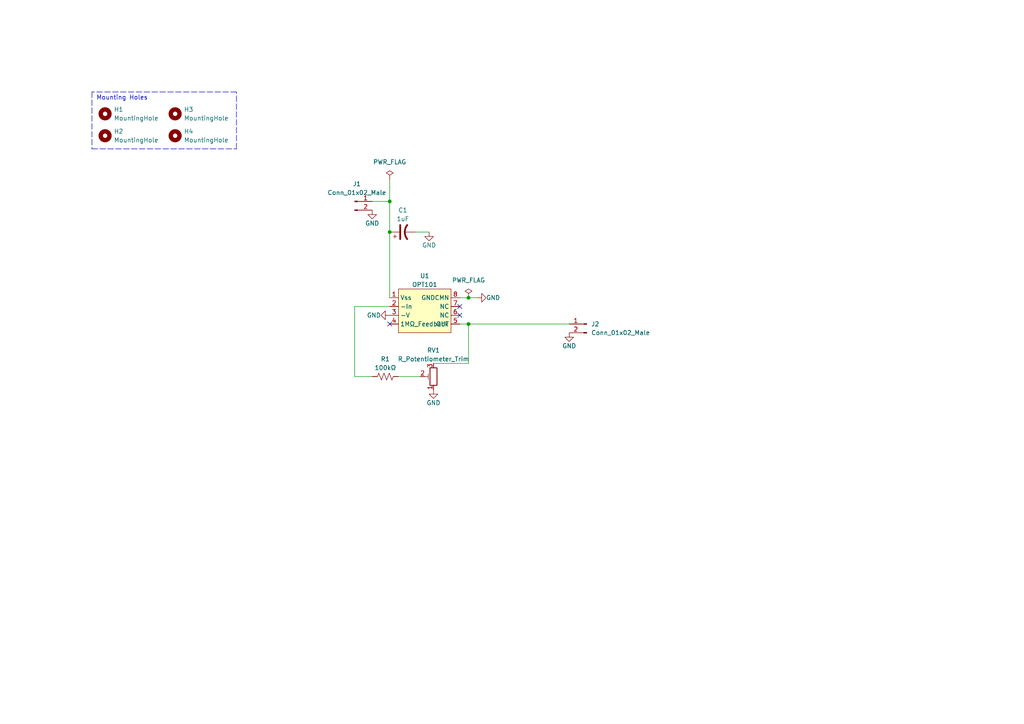
<source format=kicad_sch>
(kicad_sch (version 20211123) (generator eeschema)
  (paper "A4")
  (title_block (title "Spinning Waveplate Polarimeter") (date "2023-02-22") (rev "v1.0") (company "UVamo"))
  (lib_symbols
    (symbol "Connector:Conn_01x02_Male" (pin_names (offset 1.016) hide)
      (property "Reference" "J" (at 0 2.54 0))
      (property "Value" "Conn_01x02_Male" (at 0 -5.08 0))
      (symbol "Conn_01x02_Male_1_1"
        (polyline (pts (xy 1.27 -2.54) (xy 0.8636 -2.54)) (stroke (width 0.1524)))
        (polyline (pts (xy 1.27 0) (xy 0.8636 0)) (stroke (width 0.1524)))
        (rectangle (start 0.8636 -2.413) (end 0 -2.667) (stroke (width 0.1524)) (fill (type outline)))
        (rectangle (start 0.8636 0.127) (end 0 -0.127) (stroke (width 0.1524)) (fill (type outline)))
        (pin passive line (at 5.08 0 180) (length 3.81) (name "Pin_1") (number "1"))
        (pin passive line (at 5.08 -2.54 180) (length 3.81) (name "Pin_2") (number "2"))
      )
    )
    (symbol "Device:C_Polarized_US" (pin_numbers hide) (pin_names (offset 0.254) hide)
      (property "Reference" "C" (at 0.635 2.54 0))
      (property "Value" "C_Polarized_US" (at 0.635 -2.54 0))
      (symbol "C_Polarized_US_0_1"
        (polyline (pts (xy -2.032 0.762) (xy 2.032 0.762)) (stroke (width 0.508)))
        (polyline (pts (xy -1.778 2.286) (xy -0.762 2.286)))
        (polyline (pts (xy -1.27 1.778) (xy -1.27 2.794)))
        (arc (start 2.032 -1.27) (mid 0 -0.5572) (end -2.032 -1.27) (stroke (width 0.508)))
      )
      (symbol "C_Polarized_US_1_1"
        (pin passive line (at 0 3.81 270) (length 2.794) (name "~") (number "1"))
        (pin passive line (at 0 -3.81 90) (length 3.302) (name "~") (number "2"))
      )
    )
    (symbol "Device:R_Potentiometer_Trim" (pin_names (offset 1.016) hide)
      (property "Reference" "RV" (at -4.445 0 90))
      (property "Value" "R_Potentiometer_Trim" (at -2.54 0 90))
      (symbol "R_Potentiometer_Trim_0_1"
        (polyline (pts (xy 1.524 0.762) (xy 1.524 -0.762)))
        (polyline (pts (xy 2.54 0) (xy 1.524 0)))
        (rectangle (start 1.016 2.54) (end -1.016 -2.54) (stroke (width 0.254)))
      )
      (symbol "R_Potentiometer_Trim_1_1"
        (pin passive line (at 0 3.81 270) (length 1.27) (name "1") (number "1"))
        (pin passive line (at 3.81 0 180) (length 1.27) (name "2") (number "2"))
        (pin passive line (at 0 -3.81 90) (length 1.27) (name "3") (number "3"))
      )
    )
    (symbol "Device:R_US" (pin_numbers hide) (pin_names (offset 0))
      (property "Reference" "R" (at 2.54 0 90))
      (property "Value" "R_US" (at -2.54 0 90))
      (symbol "R_US_0_1"
        (polyline (pts (xy 0 -2.286) (xy 0 -2.54)))
        (polyline (pts (xy 0 2.286) (xy 0 2.54)))
        (polyline (pts (xy 0 -0.762) (xy 1.016 -1.143) (xy 0 -1.524) (xy -1.016 -1.905) (xy 0 -2.286)))
        (polyline (pts (xy 0 0.762) (xy 1.016 0.381) (xy 0 0) (xy -1.016 -0.381) (xy 0 -0.762)))
        (polyline (pts (xy 0 2.286) (xy 1.016 1.905) (xy 0 1.524) (xy -1.016 1.143) (xy 0 0.762)))
      )
      (symbol "R_US_1_1"
        (pin passive line (at 0 3.81 270) (length 1.27) (name "~") (number "1"))
        (pin passive line (at 0 -3.81 90) (length 1.27) (name "~") (number "2"))
      )
    )
    (symbol "Mechanical:MountingHole" (pin_names (offset 1.016))
      (property "Reference" "H" (at 0 5.08 0))
      (property "Value" "MountingHole" (at 0 3.175 0))
      (symbol "MountingHole_0_1"
        (circle (center 0 0) (radius 1.27) (stroke (width 1.27)))
      )
    )
    (symbol "UVAMO:OPT101"
      (property "Reference" "U" (at 2.54 5.08 0))
      (property "Value" "OPT101" (at 2.54 2.54 0))
      (symbol "OPT101_0_1"
        (rectangle (start -5.08 0) (end 10.16 -12.7) (fill (type background)))
      )
      (symbol "OPT101_1_1"
        (pin power_in line (at -7.62 -2.54 0) (length 2.54) (name "Vss") (number "1"))
        (pin input line (at -7.62 -5.08 0) (length 2.54) (name "-In") (number "2"))
        (pin input line (at -7.62 -7.62 0) (length 2.54) (name "-V") (number "3"))
        (pin input line (at -7.62 -10.16 0) (length 2.54) (name "1MΩ_Feedback") (number "4"))
        (pin input line (at 12.7 -10.16 180) (length 2.54) (name "OUT") (number "5"))
        (pin input line (at 12.7 -7.62 180) (length 2.54) (name "NC") (number "6"))
        (pin input line (at 12.7 -5.08 180) (length 2.54) (name "NC") (number "7"))
        (pin input line (at 12.7 -2.54 180) (length 2.54) (name "GNDCMN") (number "8"))
      )
    )
    (symbol "power:GND" (power) (pin_names (offset 0))
      (property "Value" "GND" (at 0 -3.81 0))
      (symbol "GND_0_1"
        (polyline (pts (xy 0 0) (xy 0 -1.27) (xy 1.27 -1.27) (xy 0 -2.54) (xy -1.27 -1.27) (xy 0 -1.27)))
      )
      (symbol "GND_1_1"
        (pin power_in line (at 0 0 270) (length 0) hide (name "GND") (number "1"))
      )
    )
    (symbol "power:PWR_FLAG" (power) (pin_numbers hide) (pin_names (offset 0) hide)
      (property "Value" "PWR_FLAG" (at 0 3.81 0))
      (symbol "PWR_FLAG_0_0"
        (pin power_out line (at 0 0 90) (length 0) (name "pwr") (number "1"))
      )
      (symbol "PWR_FLAG_0_1"
        (polyline (pts (xy 0 0) (xy 0 1.27) (xy -1.016 1.905) (xy 0 2.54) (xy 1.016 1.905) (xy 0 1.27)))
      )
    )
  )
  (junction (at 135.89 93.98))
  (junction (at 113.03 58.42))
  (junction (at 135.89 86.36))
  (junction (at 113.03 67.31))
  (no_connect (at 133.35 88.9))
  (no_connect (at 133.35 91.44))
  (no_connect (at 113.03 93.98))
  (polyline (pts (xy 68.58 43.18) (xy 68.58 26.67)))
  (polyline (pts (xy 26.67 43.18) (xy 68.58 43.18)))
  (wire (pts (xy 133.35 93.98) (xy 135.89 93.98)))
  (wire (pts (xy 102.87 88.9) (xy 113.03 88.9)))
  (polyline (pts (xy 68.58 26.67) (xy 26.67 26.67)))
  (wire (pts (xy 113.03 52.07) (xy 113.03 58.42)))
  (wire (pts (xy 102.87 88.9) (xy 102.87 109.22)))
  (wire (pts (xy 125.73 105.41) (xy 135.89 105.41)))
  (wire (pts (xy 135.89 86.36) (xy 133.35 86.36)))
  (wire (pts (xy 113.03 86.36) (xy 113.03 67.31)))
  (wire (pts (xy 115.57 109.22) (xy 121.92 109.22)))
  (wire (pts (xy 113.03 67.31) (xy 113.03 58.42)))
  (wire (pts (xy 107.95 58.42) (xy 113.03 58.42)))
  (wire (pts (xy 138.43 86.36) (xy 135.89 86.36)))
  (polyline (pts (xy 26.67 26.67) (xy 26.67 43.18)))
  (wire (pts (xy 102.87 109.22) (xy 107.95 109.22)))
  (wire (pts (xy 135.89 93.98) (xy 165.1 93.98)))
  (wire (pts (xy 124.46 67.31) (xy 120.65 67.31)))
  (wire (pts (xy 135.89 93.98) (xy 135.89 105.41)))
  (text "Mounting Holes" (at 27.94 29.21 0) (effects (font (size 1.27 1.27)) (justify left bottom)))
  (symbol (lib_id "Mechanical:MountingHole") (at 30.48 39.37 0) (unit 1)
    (property "Reference" "H2" (at 33.02 38.0999 0) (effects (justify left)))
    (property "Value" "MountingHole" (at 33.02 40.6399 0) (effects (justify left)))
    (property "Footprint" "MountingHole:MountingHole_4.3mm_M4" (effects hide))
  )
  (symbol (lib_id "Mechanical:MountingHole") (at 50.8 33.02 0) (unit 1)
    (property "Reference" "H3" (at 53.34 31.7499 0) (effects (justify left)))
    (property "Value" "MountingHole" (at 53.34 34.2899 0) (effects (justify left)))
    (property "Footprint" "MountingHole:MountingHole_4.3mm_M4" (effects hide))
  )
  (symbol (lib_id "power:PWR_FLAG") (at 135.89 86.36 0) (unit 1)
    (property "Reference" "#FLG0102" (effects hide))
    (property "Value" "PWR_FLAG" (at 135.89 81.28 0))
  )
  (symbol (lib_id "power:GND") (at 125.73 113.03 0) (unit 1)
    (property "Reference" "#PWR0105" (effects hide))
    (property "Value" "GND" (at 125.73 116.84 0))
  )
  (symbol (lib_id "Device:R_Potentiometer_Trim") (at 125.73 109.22 180) (unit 1)
    (property "Reference" "RV1" (at 125.73 101.6 0))
    (property "Value" "R_Potentiometer_Trim" (at 125.73 104.14 0))
    (property "Footprint" "Potentiometer_THT:Potentiometer_ACP_CA9-H2,5_Horizontal" (effects hide))
    (property "Datasheet" "https://www.bourns.com/docs/Product-Datasheets/3299.pdf" (effects hide))
  )
  (symbol (lib_id "Mechanical:MountingHole") (at 30.48 33.02 0) (unit 1)
    (property "Reference" "H1" (at 33.02 31.7499 0) (effects (justify left)))
    (property "Value" "MountingHole" (at 33.02 34.2899 0) (effects (justify left)))
    (property "Footprint" "MountingHole:MountingHole_4.3mm_M4" (effects hide))
  )
  (symbol (lib_id "Device:C_Polarized_US") (at 116.84 67.31 90) (unit 1)
    (property "Reference" "C1" (at 116.84 60.96 90))
    (property "Value" "1uF" (at 116.84 63.5 90))
    (property "Footprint" "Capacitor_THT:CP_Radial_D6.3mm_P2.50mm" (effects hide))
  )
  (symbol (lib_id "power:GND") (at 124.46 67.31 0) (unit 1)
    (property "Reference" "#PWR0106" (effects hide))
    (property "Value" "GND" (at 124.46 71.12 0))
  )
  (symbol (lib_id "power:PWR_FLAG") (at 113.03 52.07 0) (unit 1)
    (property "Reference" "#FLG0101" (effects hide))
    (property "Value" "PWR_FLAG" (at 113.03 46.99 0))
  )
  (symbol (lib_id "power:GND") (at 138.43 86.36 90) (unit 1)
    (property "Reference" "#PWR0101" (effects hide))
    (property "Value" "GND" (at 140.97 86.36 90) (effects (justify right)))
  )
  (symbol (lib_id "power:GND") (at 107.95 60.96 0) (unit 1)
    (property "Reference" "#PWR0102" (effects hide))
    (property "Value" "GND" (at 107.95 64.77 0))
  )
  (symbol (lib_id "UVAMO:OPT101") (at 120.65 83.82 0) (unit 1)
    (property "Reference" "U1" (at 123.19 80.01 0))
    (property "Value" "OPT101" (at 123.19 82.55 0))
    (property "Footprint" "Package_DIP:DIP-8_W7.62mm" (effects hide))
    (property "Datasheet" "https://www.ti.com/lit/ds/symlink/opt101.pdf" (effects hide))
  )
  (symbol (lib_id "Device:R_US") (at 111.76 109.22 90) (unit 1)
    (property "Reference" "R1" (at 111.76 104.14 90))
    (property "Value" "100kΩ" (at 111.76 106.68 90))
    (property "Footprint" "Resistor_THT:R_Axial_DIN0207_L6.3mm_D2.5mm_P10.16mm_Horizontal" (effects hide))
  )
  (symbol (lib_id "Connector:Conn_01x02_Male") (at 102.87 58.42 0) (unit 1)
    (property "Reference" "J1" (at 103.505 53.34 0))
    (property "Value" "Conn_01x02_Male" (at 103.505 55.88 0))
    (property "Footprint" "Connector_PinHeader_2.54mm:PinHeader_1x02_P2.54mm_Vertical" (effects hide))
  )
  (symbol (lib_id "power:GND") (at 113.03 91.44 270) (unit 1)
    (property "Reference" "#PWR0103" (effects hide))
    (property "Value" "GND" (at 110.49 91.44 90) (effects (justify right)))
  )
  (symbol (lib_id "Connector:Conn_01x02_Male") (at 170.18 93.98 0) (mirror y) (unit 1)
    (property "Reference" "J2" (at 171.45 93.9799 0) (effects (justify right)))
    (property "Value" "Conn_01x02_Male" (at 171.45 96.5199 0) (effects (justify right)))
    (property "Footprint" "Connector_PinHeader_2.54mm:PinHeader_1x02_P2.54mm_Vertical" (effects hide))
  )
  (symbol (lib_id "Mechanical:MountingHole") (at 50.8 39.37 0) (unit 1)
    (property "Reference" "H4" (at 53.34 38.0999 0) (effects (justify left)))
    (property "Value" "MountingHole" (at 53.34 40.6399 0) (effects (justify left)))
    (property "Footprint" "MountingHole:MountingHole_4.3mm_M4" (effects hide))
  )
  (symbol (lib_id "power:GND") (at 165.1 96.52 0) (unit 1)
    (property "Reference" "#PWR0104" (effects hide))
    (property "Value" "GND" (at 165.1 100.33 0))
  )
)
</source>
